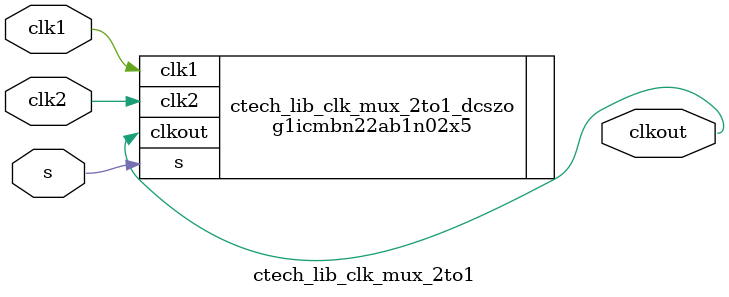
<source format=sv>

module ctech_lib_clk_mux_2to1 (
   input logic clk1,
   input logic clk2,
   input logic s,
   output logic clkout );
   
   g1icmbn22ab1n02x5 ctech_lib_clk_mux_2to1_dcszo (.clkout(clkout), .s(s), .clk2(clk2), .clk1(clk1)); // note that clocks are intentionally switched due to mux polarity

endmodule // ctech_lib_clk_mux_2to1

</source>
